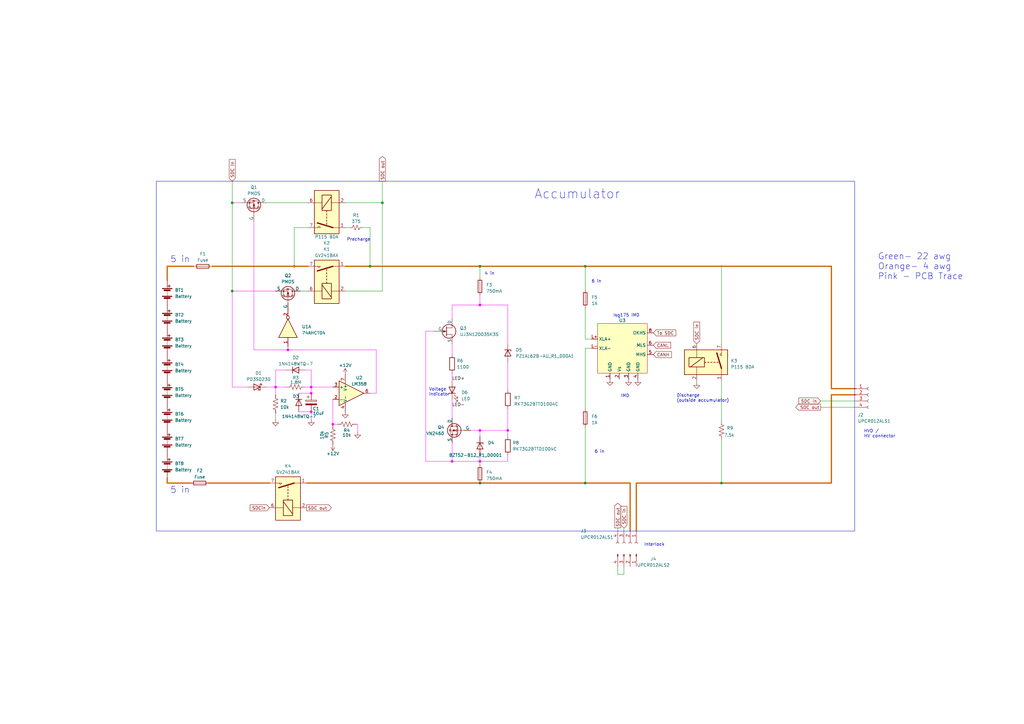
<source format=kicad_sch>
(kicad_sch (version 20231120) (generator "eeschema") (generator_version "8.0")
  (paper "A3")
  (lib_symbols
    (symbol "74xx:74AHCT04"
      (property "Reference" "U" (at 0 1.27 0))
      (property "Value" "74AHCT04" (at 0 -1.27 0))
      (symbol "74AHCT04_1_0"
        (polyline (pts (xy -3.81 3.81) (xy -3.81 -3.81) (xy 3.81 0) (xy -3.81 3.81)) (stroke (width 0.254)) (fill (type background)))
        (pin input line (at -7.62 0 0) (length 3.81) (name "~") (number "1"))
        (pin output inverted (at 7.62 0 180) (length 3.81) (name "~") (number "2"))
      )
      (symbol "74AHCT04_2_0"
        (polyline (pts (xy -3.81 3.81) (xy -3.81 -3.81) (xy 3.81 0) (xy -3.81 3.81)) (stroke (width 0.254)) (fill (type background)))
        (pin input line (at -7.62 0 0) (length 3.81) (name "~") (number "3"))
        (pin output inverted (at 7.62 0 180) (length 3.81) (name "~") (number "4"))
      )
      (symbol "74AHCT04_3_0"
        (polyline (pts (xy -3.81 3.81) (xy -3.81 -3.81) (xy 3.81 0) (xy -3.81 3.81)) (stroke (width 0.254)) (fill (type background)))
        (pin input line (at -7.62 0 0) (length 3.81) (name "~") (number "5"))
        (pin output inverted (at 7.62 0 180) (length 3.81) (name "~") (number "6"))
      )
      (symbol "74AHCT04_4_0"
        (polyline (pts (xy -3.81 3.81) (xy -3.81 -3.81) (xy 3.81 0) (xy -3.81 3.81)) (stroke (width 0.254)) (fill (type background)))
        (pin output inverted (at 7.62 0 180) (length 3.81) (name "~") (number "8"))
        (pin input line (at -7.62 0 0) (length 3.81) (name "~") (number "9"))
      )
      (symbol "74AHCT04_5_0"
        (polyline (pts (xy -3.81 3.81) (xy -3.81 -3.81) (xy 3.81 0) (xy -3.81 3.81)) (stroke (width 0.254)) (fill (type background)))
        (pin output inverted (at 7.62 0 180) (length 3.81) (name "~") (number "10"))
        (pin input line (at -7.62 0 0) (length 3.81) (name "~") (number "11"))
      )
      (symbol "74AHCT04_6_0"
        (polyline (pts (xy -3.81 3.81) (xy -3.81 -3.81) (xy 3.81 0) (xy -3.81 3.81)) (stroke (width 0.254)) (fill (type background)))
        (pin output inverted (at 7.62 0 180) (length 3.81) (name "~") (number "12"))
        (pin input line (at -7.62 0 0) (length 3.81) (name "~") (number "13"))
      )
      (symbol "74AHCT04_7_0"
        (pin power_in line (at 0 12.7 270) (length 5.08) (name "VCC") (number "14"))
        (pin power_in line (at 0 -12.7 90) (length 5.08) (name "GND") (number "7"))
      )
      (symbol "74AHCT04_7_1"
        (rectangle (start -5.08 7.62) (end 5.08 -7.62) (stroke (width 0.254)) (fill (type background)))
      )
    )
    (symbol "Amplifier_Operational:AD8001AN" (pin_names (offset 0.127))
      (property "Reference" "U" (at 0 6.35 0))
      (property "Value" "AD8001AN" (at 0 3.81 0))
      (symbol "AD8001AN_0_1"
        (polyline (pts (xy -5.08 5.08) (xy 5.08 0) (xy -5.08 -5.08) (xy -5.08 5.08)) (stroke (width 0.254)) (fill (type background)))
      )
      (symbol "AD8001AN_1_1"
        (pin no_connect line (at -5.08 -2.54 90) (length 2.54) hide (name "NC") (number "1"))
        (pin input line (at -7.62 -2.54 0) (length 2.54) (name "-") (number "2"))
        (pin input line (at -7.62 2.54 0) (length 2.54) (name "+") (number "3"))
        (pin power_in line (at -2.54 -7.62 90) (length 3.81) (name "V-") (number "4"))
        (pin no_connect line (at -2.54 -2.54 90) (length 2.54) hide (name "NC") (number "5"))
        (pin output line (at 7.62 0 180) (length 2.54) (name "~") (number "6"))
        (pin power_in line (at -2.54 7.62 270) (length 3.81) (name "V+") (number "7"))
        (pin no_connect line (at 0 -2.54 90) (length 2.54) hide (name "NC") (number "8"))
      )
    )
    (symbol "Connector:Conn_01x04_Pin" (pin_names (offset 1.016) hide)
      (property "Reference" "J" (at 0 5.08 0))
      (property "Value" "Conn_01x04_Pin" (at 0 -7.62 0))
      (symbol "Conn_01x04_Pin_1_1"
        (polyline (pts (xy 1.27 -5.08) (xy 0.8636 -5.08)) (stroke (width 0.1524)))
        (polyline (pts (xy 1.27 -2.54) (xy 0.8636 -2.54)) (stroke (width 0.1524)))
        (polyline (pts (xy 1.27 0) (xy 0.8636 0)) (stroke (width 0.1524)))
        (polyline (pts (xy 1.27 2.54) (xy 0.8636 2.54)) (stroke (width 0.1524)))
        (rectangle (start 0.8636 -4.953) (end 0 -5.207) (stroke (width 0.1524)) (fill (type outline)))
        (rectangle (start 0.8636 -2.413) (end 0 -2.667) (stroke (width 0.1524)) (fill (type outline)))
        (rectangle (start 0.8636 0.127) (end 0 -0.127) (stroke (width 0.1524)) (fill (type outline)))
        (rectangle (start 0.8636 2.667) (end 0 2.413) (stroke (width 0.1524)) (fill (type outline)))
        (pin passive line (at 5.08 2.54 180) (length 3.81) (name "Pin_1") (number "1"))
        (pin passive line (at 5.08 0 180) (length 3.81) (name "Pin_2") (number "2"))
        (pin passive line (at 5.08 -2.54 180) (length 3.81) (name "Pin_3") (number "3"))
        (pin passive line (at 5.08 -5.08 180) (length 3.81) (name "Pin_4") (number "4"))
      )
    )
    (symbol "Connector:Conn_01x04_Socket" (pin_names (offset 1.016) hide)
      (property "Reference" "J" (at 0 5.08 0))
      (property "Value" "Conn_01x04_Socket" (at 0 -7.62 0))
      (symbol "Conn_01x04_Socket_1_1"
        (arc (start 0 -4.572) (mid -0.5058 -5.08) (end 0 -5.588) (stroke (width 0.1524)))
        (arc (start 0 -2.032) (mid -0.5058 -2.54) (end 0 -3.048) (stroke (width 0.1524)))
        (polyline (pts (xy -1.27 -5.08) (xy -0.508 -5.08)) (stroke (width 0.1524)))
        (polyline (pts (xy -1.27 -2.54) (xy -0.508 -2.54)) (stroke (width 0.1524)))
        (polyline (pts (xy -1.27 0) (xy -0.508 0)) (stroke (width 0.1524)))
        (polyline (pts (xy -1.27 2.54) (xy -0.508 2.54)) (stroke (width 0.1524)))
        (arc (start 0 0.508) (mid -0.5058 0) (end 0 -0.508) (stroke (width 0.1524)))
        (arc (start 0 3.048) (mid -0.5058 2.54) (end 0 2.032) (stroke (width 0.1524)))
        (pin passive line (at -5.08 2.54 0) (length 3.81) (name "Pin_1") (number "1"))
        (pin passive line (at -5.08 0 0) (length 3.81) (name "Pin_2") (number "2"))
        (pin passive line (at -5.08 -2.54 0) (length 3.81) (name "Pin_3") (number "3"))
        (pin passive line (at -5.08 -5.08 0) (length 3.81) (name "Pin_4") (number "4"))
      )
    )
    (symbol "Device:Battery" (pin_numbers hide) (pin_names (offset 0) hide)
      (property "Reference" "BT" (at 2.54 2.54 0))
      (property "Value" "Battery" (at 2.54 0 0))
      (symbol "Battery_0_1"
        (rectangle (start -2.032 -1.397) (end 2.032 -1.651) (fill (type outline)))
        (rectangle (start -2.032 1.778) (end 2.032 1.524) (fill (type outline)))
        (rectangle (start -1.3208 -1.9812) (end 1.27 -2.4892) (fill (type outline)))
        (rectangle (start -1.3208 1.1938) (end 1.27 0.6858) (fill (type outline)))
        (polyline (pts (xy 0 -1.524) (xy 0 -1.27)))
        (polyline (pts (xy 0 -1.016) (xy 0 -0.762)))
        (polyline (pts (xy 0 -0.508) (xy 0 -0.254)))
        (polyline (pts (xy 0 0) (xy 0 0.254)))
        (polyline (pts (xy 0 0.508) (xy 0 0.762)))
        (polyline (pts (xy 0 1.778) (xy 0 2.54)))
        (polyline (pts (xy 0.254 2.667) (xy 1.27 2.667)) (stroke (width 0.254)))
        (polyline (pts (xy 0.762 3.175) (xy 0.762 2.159)) (stroke (width 0.254)))
      )
      (symbol "Battery_1_1"
        (pin passive line (at 0 5.08 270) (length 2.54) (name "+") (number "1"))
        (pin passive line (at 0 -5.08 90) (length 2.54) (name "-") (number "2"))
      )
    )
    (symbol "Device:C_Polarized" (pin_numbers hide) (pin_names (offset 0.254))
      (property "Reference" "C" (at 0.635 2.54 0))
      (property "Value" "C_Polarized" (at 0.635 -2.54 0))
      (symbol "C_Polarized_0_1"
        (rectangle (start -2.286 0.508) (end 2.286 1.016))
        (polyline (pts (xy -1.778 2.286) (xy -0.762 2.286)))
        (polyline (pts (xy -1.27 2.794) (xy -1.27 1.778)))
        (rectangle (start 2.286 -0.508) (end -2.286 -1.016) (fill (type outline)))
      )
      (symbol "C_Polarized_1_1"
        (pin passive line (at 0 3.81 270) (length 2.794) (name "~") (number "1"))
        (pin passive line (at 0 -3.81 90) (length 2.794) (name "~") (number "2"))
      )
    )
    (symbol "Device:D_Schottky" (pin_numbers hide) (pin_names (offset 1.016) hide)
      (property "Reference" "D" (at 0 2.54 0))
      (property "Value" "D_Schottky" (at 0 -2.54 0))
      (symbol "D_Schottky_0_1"
        (polyline (pts (xy 1.27 0) (xy -1.27 0)))
        (polyline (pts (xy 1.27 1.27) (xy 1.27 -1.27) (xy -1.27 0) (xy 1.27 1.27)) (stroke (width 0.254)))
        (polyline (pts (xy -1.905 0.635) (xy -1.905 1.27) (xy -1.27 1.27) (xy -1.27 -1.27) (xy -0.635 -1.27) (xy -0.635 -0.635)) (stroke (width 0.254)))
      )
      (symbol "D_Schottky_1_1"
        (pin passive line (at -3.81 0 0) (length 2.54) (name "K") (number "1"))
        (pin passive line (at 3.81 0 180) (length 2.54) (name "A") (number "2"))
      )
    )
    (symbol "Device:D_Zener" (pin_numbers hide) (pin_names (offset 1.016) hide)
      (property "Reference" "D" (at 0 2.54 0))
      (property "Value" "D_Zener" (at 0 -2.54 0))
      (symbol "D_Zener_0_1"
        (polyline (pts (xy 1.27 0) (xy -1.27 0)))
        (polyline (pts (xy -1.27 -1.27) (xy -1.27 1.27) (xy -0.762 1.27)) (stroke (width 0.254)))
        (polyline (pts (xy 1.27 -1.27) (xy 1.27 1.27) (xy -1.27 0) (xy 1.27 -1.27)) (stroke (width 0.254)))
      )
      (symbol "D_Zener_1_1"
        (pin passive line (at -3.81 0 0) (length 2.54) (name "K") (number "1"))
        (pin passive line (at 3.81 0 180) (length 2.54) (name "A") (number "2"))
      )
    )
    (symbol "Device:Fuse" (pin_numbers hide) (pin_names (offset 0))
      (property "Reference" "F" (at 2.032 0 90))
      (property "Value" "Fuse" (at -1.905 0 90))
      (symbol "Fuse_0_1"
        (rectangle (start -0.762 -2.54) (end 0.762 2.54) (stroke (width 0.254)))
        (polyline (pts (xy 0 2.54) (xy 0 -2.54)))
      )
      (symbol "Fuse_1_1"
        (pin passive line (at 0 3.81 270) (length 1.27) (name "~") (number "1"))
        (pin passive line (at 0 -3.81 90) (length 1.27) (name "~") (number "2"))
      )
    )
    (symbol "Device:LED" (pin_numbers hide) (pin_names (offset 1.016) hide)
      (property "Reference" "D" (at 0 2.54 0))
      (property "Value" "LED" (at 0 -2.54 0))
      (symbol "LED_0_1"
        (polyline (pts (xy -1.27 -1.27) (xy -1.27 1.27)) (stroke (width 0.254)))
        (polyline (pts (xy -1.27 0) (xy 1.27 0)))
        (polyline (pts (xy 1.27 -1.27) (xy 1.27 1.27) (xy -1.27 0) (xy 1.27 -1.27)) (stroke (width 0.254)))
        (polyline (pts (xy -3.048 -0.762) (xy -4.572 -2.286) (xy -3.81 -2.286) (xy -4.572 -2.286) (xy -4.572 -1.524)))
        (polyline (pts (xy -1.778 -0.762) (xy -3.302 -2.286) (xy -2.54 -2.286) (xy -3.302 -2.286) (xy -3.302 -1.524)))
      )
      (symbol "LED_1_1"
        (pin passive line (at -3.81 0 0) (length 2.54) (name "K") (number "1"))
        (pin passive line (at 3.81 0 180) (length 2.54) (name "A") (number "2"))
      )
    )
    (symbol "Device:R" (pin_numbers hide) (pin_names (offset 0))
      (property "Reference" "R" (at 2.032 0 90))
      (property "Value" "R" (at 0 0 90))
      (symbol "R_0_1"
        (rectangle (start -1.016 -2.54) (end 1.016 2.54) (stroke (width 0.254)))
      )
      (symbol "R_1_1"
        (pin passive line (at 0 3.81 270) (length 1.27) (name "~") (number "1"))
        (pin passive line (at 0 -3.81 90) (length 1.27) (name "~") (number "2"))
      )
    )
    (symbol "Device:R_Small_US" (pin_numbers hide) (pin_names (offset 0.254) hide)
      (property "Reference" "R" (at 0.762 0.508 0))
      (property "Value" "R_Small_US" (at 0.762 -1.016 0))
      (symbol "R_Small_US_1_1"
        (polyline (pts (xy 0 0) (xy 1.016 -0.381) (xy 0 -0.762) (xy -1.016 -1.143) (xy 0 -1.524)))
        (polyline (pts (xy 0 1.524) (xy 1.016 1.143) (xy 0 0.762) (xy -1.016 0.381) (xy 0 0)))
        (pin passive line (at 0 2.54 270) (length 1.016) (name "~") (number "1"))
        (pin passive line (at 0 -2.54 90) (length 1.016) (name "~") (number "2"))
      )
    )
    (symbol "Device:R_US" (pin_numbers hide) (pin_names (offset 0))
      (property "Reference" "R" (at 2.54 0 90))
      (property "Value" "R_US" (at -2.54 0 90))
      (symbol "R_US_0_1"
        (polyline (pts (xy 0 -2.286) (xy 0 -2.54)))
        (polyline (pts (xy 0 2.286) (xy 0 2.54)))
        (polyline (pts (xy 0 -0.762) (xy 1.016 -1.143) (xy 0 -1.524) (xy -1.016 -1.905) (xy 0 -2.286)))
        (polyline (pts (xy 0 0.762) (xy 1.016 0.381) (xy 0 0) (xy -1.016 -0.381) (xy 0 -0.762)))
        (polyline (pts (xy 0 2.286) (xy 1.016 1.905) (xy 0 1.524) (xy -1.016 1.143) (xy 0 0.762)))
      )
      (symbol "R_US_1_1"
        (pin passive line (at 0 3.81 270) (length 1.27) (name "~") (number "1"))
        (pin passive line (at 0 -3.81 90) (length 1.27) (name "~") (number "2"))
      )
    )
    (symbol "Diode:BAV302" (pin_numbers hide) (pin_names hide)
      (property "Reference" "D" (at 0 2.54 0))
      (property "Value" "BAV302" (at 0 -2.54 0))
      (symbol "BAV302_0_1"
        (polyline (pts (xy -1.27 1.27) (xy -1.27 -1.27)) (stroke (width 0.254)))
        (polyline (pts (xy 1.27 0) (xy -1.27 0)))
        (polyline (pts (xy 1.27 1.27) (xy 1.27 -1.27) (xy -1.27 0) (xy 1.27 1.27)) (stroke (width 0.254)))
      )
      (symbol "BAV302_1_1"
        (pin passive line (at -3.81 0 0) (length 2.54) (name "K") (number "1"))
        (pin passive line (at 3.81 0 180) (length 2.54) (name "A") (number "2"))
      )
    )
    (symbol "FSAE:IMD"
      (property "Reference" "U" (at 0 0 0))
      (symbol "IMD_0_1"
        (rectangle (start -8.89 22.86) (end 11.43 2.54) (fill (type background)))
      )
      (symbol "IMD_1_1"
        (pin bidirectional line (at -3.81 25.4 270) (length 2.54) (name "GND") (number "1"))
        (pin power_in line (at 0 25.4 270) (length 2.54) (name "Vs") (number "2"))
        (pin bidirectional line (at 3.81 25.4 270) (length 2.54) (name "GND") (number "3"))
        (pin bidirectional line (at 7.62 25.4 270) (length 2.54) (name "GND") (number "4"))
        (pin output line (at 13.97 15.24 180) (length 2.54) (name "MHS") (number "5"))
        (pin output line (at 13.97 11.43 180) (length 2.54) (name "MLS") (number "6"))
        (pin output line (at 13.97 6.35 180) (length 2.54) (name "OKHS") (number "8"))
        (pin input line (at -11.43 8.89 0) (length 2.54) (name "XLA+") (number "L+"))
        (pin input line (at -11.43 12.7 0) (length 2.54) (name "XLA-") (number "L-"))
      )
    )
    (symbol "Relay:DIPxx-1Axx-12x"
      (property "Reference" "K" (at 8.89 3.81 0))
      (property "Value" "DIPxx-1Axx-12x" (at 8.89 1.27 0))
      (symbol "DIPxx-1Axx-12x_0_0"
        (polyline (pts (xy 5.08 5.08) (xy 5.08 2.54) (xy 4.445 3.175) (xy 5.08 3.81)))
      )
      (symbol "DIPxx-1Axx-12x_0_1"
        (rectangle (start -10.16 5.08) (end 7.62 -5.08) (stroke (width 0.254)) (fill (type background)))
        (rectangle (start -8.255 1.905) (end -1.905 -1.905) (stroke (width 0.254)))
        (polyline (pts (xy -7.62 -1.905) (xy -2.54 1.905)) (stroke (width 0.254)))
        (polyline (pts (xy -5.08 -5.08) (xy -5.08 -1.905)))
        (polyline (pts (xy -5.08 5.08) (xy -5.08 1.905)))
        (polyline (pts (xy -1.905 0) (xy -1.27 0)) (stroke (width 0.254)))
        (polyline (pts (xy -0.635 0) (xy 0 0)) (stroke (width 0.254)))
        (polyline (pts (xy 0.635 0) (xy 1.27 0)) (stroke (width 0.254)))
        (polyline (pts (xy 1.905 0) (xy 2.54 0)) (stroke (width 0.254)))
        (polyline (pts (xy 3.175 0) (xy 3.81 0)) (stroke (width 0.254)))
        (polyline (pts (xy 5.08 -2.54) (xy 3.175 3.81)) (stroke (width 0.508)))
        (polyline (pts (xy 5.08 -2.54) (xy 5.08 -5.08)))
      )
      (symbol "DIPxx-1Axx-12x_1_1"
        (pin passive line (at 5.08 -7.62 90) (length 2.54) (name "~") (number "1"))
        (pin passive line (at -5.08 -7.62 90) (length 2.54) hide (name "~") (number "13"))
        (pin passive line (at 5.08 -7.62 90) (length 2.54) hide (name "~") (number "14"))
        (pin passive line (at -5.08 -7.62 90) (length 2.54) (name "~") (number "2"))
        (pin passive line (at -5.08 7.62 270) (length 2.54) (name "~") (number "6"))
        (pin passive line (at 5.08 7.62 270) (length 2.54) (name "~") (number "7"))
        (pin passive line (at 5.08 7.62 270) (length 2.54) hide (name "~") (number "8"))
      )
    )
    (symbol "Simulation_SPICE:NJFET" (pin_numbers hide) (pin_names (offset 0))
      (property "Reference" "Q2" (at 5.715 1.27 0))
      (property "Value" "UJ3N120035K3S" (at 5.715 -1.27 0))
      (symbol "NJFET_0_1"
        (polyline (pts (xy 0.254 1.905) (xy 0.254 -1.905) (xy 0.254 -1.905)) (stroke (width 0.254)))
        (polyline (pts (xy 2.54 -2.54) (xy 2.54 -1.27) (xy 0.254 -1.27)))
        (polyline (pts (xy 2.54 2.54) (xy 2.54 1.397) (xy 0.254 1.397)))
        (polyline (pts (xy 0 0) (xy -1.016 0.381) (xy -1.016 -0.381) (xy 0 0)) (fill (type outline)))
        (circle (center 1.27 0) (radius 2.8194) (stroke (width 0.254)))
      )
      (symbol "NJFET_1_1"
        (pin input line (at -5.08 0 0) (length 5.334) (name "G") (number "1"))
        (pin passive line (at 2.54 5.08 270) (length 2.54) (name "D") (number "2"))
        (pin passive line (at 2.54 -5.08 90) (length 2.54) (name "S") (number "3"))
      )
    )
    (symbol "Simulation_SPICE:NMOS" (pin_numbers hide) (pin_names (offset 0))
      (property "Reference" "Q1" (at 5.715 1.27 0))
      (property "Value" "VN2460" (at 5.715 -1.27 0))
      (symbol "NMOS_0_1"
        (polyline (pts (xy 0.254 0) (xy -2.54 0)))
        (polyline (pts (xy 0.254 1.905) (xy 0.254 -1.905)) (stroke (width 0.254)))
        (polyline (pts (xy 0.762 -1.27) (xy 0.762 -2.286)) (stroke (width 0.254)))
        (polyline (pts (xy 0.762 0.508) (xy 0.762 -0.508)) (stroke (width 0.254)))
        (polyline (pts (xy 0.762 2.286) (xy 0.762 1.27)) (stroke (width 0.254)))
        (polyline (pts (xy 2.54 2.54) (xy 2.54 1.778)))
        (polyline (pts (xy 2.54 -2.54) (xy 2.54 0) (xy 0.762 0)))
        (polyline (pts (xy 0.762 -1.778) (xy 3.302 -1.778) (xy 3.302 1.778) (xy 0.762 1.778)))
        (polyline (pts (xy 1.016 0) (xy 2.032 0.381) (xy 2.032 -0.381) (xy 1.016 0)) (fill (type outline)))
        (polyline (pts (xy 2.794 0.508) (xy 2.921 0.381) (xy 3.683 0.381) (xy 3.81 0.254)))
        (polyline (pts (xy 3.302 0.381) (xy 2.921 -0.254) (xy 3.683 -0.254) (xy 3.302 0.381)))
        (circle (center 1.651 0) (radius 2.794) (stroke (width 0.254)))
        (circle (center 2.54 -1.778) (radius 0.254) (fill (type outline)))
        (circle (center 2.54 1.778) (radius 0.254) (fill (type outline)))
      )
      (symbol "NMOS_1_1"
        (pin passive line (at 2.54 -5.08 90) (length 2.54) (name "S") (number "1"))
        (pin input line (at -5.08 0 0) (length 2.54) (name "G") (number "2"))
        (pin passive line (at 2.54 5.08 270) (length 2.54) (name "D") (number "3"))
      )
    )
    (symbol "Simulation_SPICE:PMOS" (pin_numbers hide) (pin_names (offset 0))
      (property "Reference" "Q" (at 5.08 1.27 0))
      (property "Value" "PMOS" (at 5.08 -1.27 0))
      (symbol "PMOS_0_1"
        (polyline (pts (xy 0.254 0) (xy -2.54 0)))
        (polyline (pts (xy 0.254 1.905) (xy 0.254 -1.905)) (stroke (width 0.254)))
        (polyline (pts (xy 0.762 -1.27) (xy 0.762 -2.286)) (stroke (width 0.254)))
        (polyline (pts (xy 0.762 0.508) (xy 0.762 -0.508)) (stroke (width 0.254)))
        (polyline (pts (xy 0.762 2.286) (xy 0.762 1.27)) (stroke (width 0.254)))
        (polyline (pts (xy 2.54 2.54) (xy 2.54 1.778)))
        (polyline (pts (xy 2.54 -2.54) (xy 2.54 0) (xy 0.762 0)))
        (polyline (pts (xy 0.762 1.778) (xy 3.302 1.778) (xy 3.302 -1.778) (xy 0.762 -1.778)))
        (polyline (pts (xy 2.286 0) (xy 1.27 0.381) (xy 1.27 -0.381) (xy 2.286 0)) (fill (type outline)))
        (polyline (pts (xy 2.794 -0.508) (xy 2.921 -0.381) (xy 3.683 -0.381) (xy 3.81 -0.254)))
        (polyline (pts (xy 3.302 -0.381) (xy 2.921 0.254) (xy 3.683 0.254) (xy 3.302 -0.381)))
        (circle (center 1.651 0) (radius 2.794) (stroke (width 0.254)))
        (circle (center 2.54 -1.778) (radius 0.254) (fill (type outline)))
        (circle (center 2.54 1.778) (radius 0.254) (fill (type outline)))
      )
      (symbol "PMOS_1_1"
        (pin passive line (at 2.54 5.08 270) (length 2.54) (name "D") (number "1"))
        (pin input line (at -5.08 0 0) (length 2.54) (name "G") (number "2"))
        (pin passive line (at 2.54 -5.08 90) (length 2.54) (name "S") (number "3"))
      )
    )
    (symbol "power:+12V" (power) (pin_names (offset 0))
      (property "Value" "+12V" (at 0 3.556 0))
      (symbol "+12V_0_1"
        (polyline (pts (xy -0.762 1.27) (xy 0 2.54)))
        (polyline (pts (xy 0 0) (xy 0 2.54)))
        (polyline (pts (xy 0 2.54) (xy 0.762 1.27)))
      )
      (symbol "+12V_1_1"
        (pin power_in line (at 0 0 90) (length 0) hide (name "+12V") (number "1"))
      )
    )
    (symbol "power:GND" (power) (pin_names (offset 0))
      (property "Value" "GND" (at 0 -3.81 0))
      (symbol "GND_0_1"
        (polyline (pts (xy 0 0) (xy 0 -1.27) (xy 1.27 -1.27) (xy 0 -2.54) (xy -1.27 -1.27) (xy 0 -1.27)))
      )
      (symbol "GND_1_1"
        (pin power_in line (at 0 0 270) (length 0) hide (name "GND") (number "1"))
      )
    )
  )
  (junction (at 136.525 173.99) (color 255 0 255 1))
  (junction (at 113.03 158.75) (color 255 0 255 1))
  (junction (at 120.65 109.22) (color 204 102 0 1))
  (junction (at 185.42 189.23) (color 255 0 255 1))
  (junction (at 240.03 198.12))
  (junction (at 196.85 198.12))
  (junction (at 118.11 143.51) (color 255 0 255 1))
  (junction (at 295.91 198.12))
  (junction (at 196.85 125.095) (color 255 0 255 1))
  (junction (at 127.635 158.75) (color 255 0 255 1))
  (junction (at 127.635 161.29) (color 255 0 255 1))
  (junction (at 127.635 168.91) (color 255 0 255 1))
  (junction (at 196.85 109.22))
  (junction (at 196.85 176.53) (color 255 0 255 1))
  (junction (at 196.85 189.23) (color 255 0 255 1))
  (junction (at 208.28 176.53) (color 255 0 255 1))
  (junction (at 95.25 119.38))
  (junction (at 151.765 109.22))
  (junction (at 240.03 109.22))
  (junction (at 95.25 83.185))
  (junction (at 156.845 83.185))
  (wire (pts (xy 95.25 83.185) (xy 95.25 119.38)))
  (wire (pts (xy 336.55 164.465) (xy 351.155 164.465)))
  (wire (pts (xy 185.42 189.23) (xy 174.625 189.23)) (stroke (width 0) (color 255 0 255 1)))
  (wire (pts (xy 185.42 125.095) (xy 185.42 130.81)) (stroke (width 0) (color 255 0 255 1)))
  (wire (pts (xy 113.03 158.75) (xy 117.475 158.75)) (stroke (width 0) (color 255 0 255 1)))
  (wire (pts (xy 95.25 119.38) (xy 113.03 119.38)) (stroke (width 0) (color 255 0 255 1)))
  (wire (pts (xy 240.03 109.22) (xy 240.03 118.745)))
  (wire (pts (xy 109.22 158.75) (xy 113.03 158.75)) (stroke (width 0) (color 255 0 255 1)))
  (wire (pts (xy 120.65 93.345) (xy 126.365 93.345)))
  (wire (pts (xy 127.635 168.91) (xy 127.635 172.085)) (stroke (width 0) (color 255 0 255 1)))
  (wire (pts (xy 255.905 216.535) (xy 255.905 217.805)))
  (wire (pts (xy 242.57 142.875) (xy 240.03 142.875)))
  (wire (pts (xy 68.58 198.12) (xy 78.105 198.12)) (stroke (width 0.508) (color 204 102 0 1)))
  (wire (pts (xy 127.635 158.75) (xy 136.525 158.75)) (stroke (width 0) (color 255 0 255 1)))
  (wire (pts (xy 185.42 181.61) (xy 185.42 189.23)) (stroke (width 0) (color 255 0 255 1)))
  (wire (pts (xy 295.91 156.21) (xy 295.91 172.72)))
  (wire (pts (xy 113.03 169.545) (xy 113.03 172.085)))
  (wire (pts (xy 95.25 158.75) (xy 101.6 158.75)) (stroke (width 0) (color 255 0 255 1)))
  (wire (pts (xy 253.365 235.585) (xy 253.365 232.41)))
  (wire (pts (xy 126.365 83.185) (xy 109.22 83.185)))
  (wire (pts (xy 141.605 83.185) (xy 156.845 83.185)))
  (wire (pts (xy 340.995 109.22) (xy 340.995 159.385)) (stroke (width 0.508) (color 204 102 0 1)))
  (wire (pts (xy 127.635 161.29) (xy 127.635 158.75)) (stroke (width 0) (color 255 0 255 1)))
  (wire (pts (xy 68.58 114.935) (xy 68.58 109.22)) (stroke (width 0.508) (color 204 102 0 1)))
  (wire (pts (xy 146.685 173.99) (xy 146.685 177.165)) (stroke (width 0) (color 255 0 255 1)))
  (wire (pts (xy 156.845 119.38) (xy 141.605 119.38)))
  (wire (pts (xy 196.85 176.53) (xy 208.28 176.53)) (stroke (width 0) (color 255 0 255 1)))
  (wire (pts (xy 99.06 83.185) (xy 95.25 83.185)) (stroke (width 0) (color 255 0 255 1)))
  (wire (pts (xy 185.42 140.97) (xy 185.42 145.415)) (stroke (width 0) (color 255 0 255 1)))
  (wire (pts (xy 295.91 108.585) (xy 295.91 140.97)))
  (wire (pts (xy 196.85 109.22) (xy 196.85 113.665)))
  (wire (pts (xy 151.765 109.22) (xy 141.605 109.22)) (stroke (width 0.508) (color 204 102 0 1)))
  (wire (pts (xy 240.03 126.365) (xy 240.03 139.065)))
  (wire (pts (xy 185.42 189.23) (xy 196.85 189.23)) (stroke (width 0) (color 255 0 255 1)))
  (wire (pts (xy 340.995 198.12) (xy 340.995 161.925)) (stroke (width 0.508) (color 204 102 0 1)))
  (wire (pts (xy 113.03 158.75) (xy 113.03 161.925)) (stroke (width 0) (color 255 0 255 1)))
  (wire (pts (xy 253.365 216.535) (xy 253.365 217.805)))
  (wire (pts (xy 117.475 151.765) (xy 113.03 151.765)) (stroke (width 0) (color 255 0 255 1)))
  (wire (pts (xy 295.91 198.12) (xy 340.995 198.12)) (stroke (width 0.508) (color 204 102 0 1)))
  (wire (pts (xy 208.28 148.59) (xy 208.28 160.02)) (stroke (width 0) (color 255 0 255 1)))
  (wire (pts (xy 196.85 189.23) (xy 196.85 190.5)) (stroke (width 0) (color 255 0 255 1)))
  (wire (pts (xy 146.05 173.99) (xy 146.685 173.99)) (stroke (width 0) (color 255 0 255 1)))
  (wire (pts (xy 255.905 235.585) (xy 253.365 235.585)))
  (wire (pts (xy 156.845 83.185) (xy 156.845 119.38)))
  (wire (pts (xy 258.445 198.12) (xy 258.445 217.805)) (stroke (width 0.508) (color 204 102 0 1)))
  (wire (pts (xy 95.25 74.295) (xy 95.25 83.185)))
  (wire (pts (xy 123.19 119.38) (xy 126.365 119.38)))
  (wire (pts (xy 86.995 109.22) (xy 120.65 109.22)) (stroke (width 0.508) (color 204 102 0 1)))
  (wire (pts (xy 104.14 90.805) (xy 104.14 143.51)) (stroke (width 0) (color 255 0 255 1)))
  (wire (pts (xy 255.905 232.41) (xy 255.905 235.585)))
  (wire (pts (xy 122.555 168.91) (xy 127.635 168.91)) (stroke (width 0) (color 255 0 255 1)))
  (wire (pts (xy 113.03 151.765) (xy 113.03 158.75)) (stroke (width 0) (color 255 0 255 1)))
  (wire (pts (xy 122.555 161.29) (xy 127.635 161.29)) (stroke (width 0) (color 255 0 255 1)))
  (wire (pts (xy 240.03 198.12) (xy 258.445 198.12)) (stroke (width 0.508) (color 204 102 0 1)))
  (wire (pts (xy 260.985 198.12) (xy 260.985 217.805)) (stroke (width 0.508) (color 204 102 0 1)))
  (wire (pts (xy 208.28 176.53) (xy 208.28 167.64)) (stroke (width 0) (color 255 0 255 1)))
  (wire (pts (xy 336.55 167.005) (xy 351.155 167.005)))
  (wire (pts (xy 196.85 186.69) (xy 196.85 189.23)) (stroke (width 0) (color 255 0 255 1)))
  (wire (pts (xy 295.91 180.34) (xy 295.91 198.12)))
  (wire (pts (xy 127.635 151.765) (xy 127.635 158.75)) (stroke (width 0) (color 255 0 255 1)))
  (wire (pts (xy 141.605 93.345) (xy 143.51 93.345)))
  (wire (pts (xy 196.85 198.12) (xy 240.03 198.12)) (stroke (width 0.508) (color 204 102 0 1)))
  (wire (pts (xy 127.635 151.765) (xy 125.095 151.765)) (stroke (width 0) (color 255 0 255 1)))
  (wire (pts (xy 136.525 163.83) (xy 136.525 173.99)) (stroke (width 0) (color 255 0 255 1)))
  (wire (pts (xy 104.14 143.51) (xy 118.11 143.51)) (stroke (width 0) (color 255 0 255 1)))
  (wire (pts (xy 174.625 135.89) (xy 177.8 135.89)) (stroke (width 0) (color 255 0 255 1)))
  (wire (pts (xy 340.995 161.925) (xy 351.155 161.925)) (stroke (width 0.508) (color 204 102 0 1)))
  (wire (pts (xy 196.85 189.23) (xy 208.28 189.23)) (stroke (width 0) (color 255 0 255 1)))
  (wire (pts (xy 185.42 153.035) (xy 185.42 156.21)) (stroke (width 0) (color 255 0 255 1)))
  (wire (pts (xy 240.03 175.26) (xy 240.03 198.12)))
  (wire (pts (xy 120.65 109.22) (xy 120.65 93.345)))
  (wire (pts (xy 196.85 176.53) (xy 196.85 179.07)) (stroke (width 0) (color 255 0 255 1)))
  (wire (pts (xy 118.11 143.51) (xy 118.11 142.24)) (stroke (width 0) (color 255 0 255 1)))
  (wire (pts (xy 68.58 196.215) (xy 68.58 198.12)) (stroke (width 0.508) (color 204 102 0 1)))
  (wire (pts (xy 120.65 109.22) (xy 126.365 109.22)) (stroke (width 0.508) (color 204 102 0 1)))
  (wire (pts (xy 196.85 121.285) (xy 196.85 125.095)) (stroke (width 0) (color 255 0 255 1)))
  (wire (pts (xy 85.725 198.12) (xy 110.49 198.12)) (stroke (width 0.508) (color 204 102 0 1)))
  (wire (pts (xy 151.765 93.345) (xy 151.765 109.22)))
  (wire (pts (xy 208.28 140.97) (xy 208.28 125.095)) (stroke (width 0) (color 255 0 255 1)))
  (wire (pts (xy 340.995 159.385) (xy 351.155 159.385)) (stroke (width 0.508) (color 204 102 0 1)))
  (wire (pts (xy 208.28 176.53) (xy 208.28 179.07)) (stroke (width 0) (color 255 0 255 1)))
  (wire (pts (xy 240.03 109.22) (xy 340.995 109.22)) (stroke (width 0.508) (color 204 102 0 1)))
  (wire (pts (xy 285.75 156.21) (xy 285.75 156.845)))
  (wire (pts (xy 95.25 119.38) (xy 95.25 158.75)) (stroke (width 0) (color 255 0 255 1)))
  (wire (pts (xy 136.525 174.625) (xy 136.525 173.99)))
  (wire (pts (xy 154.305 161.29) (xy 154.305 143.51)) (stroke (width 0) (color 255 0 255 1)))
  (wire (pts (xy 240.03 139.065) (xy 242.57 139.065)))
  (wire (pts (xy 193.04 176.53) (xy 196.85 176.53)) (stroke (width 0) (color 255 0 255 1)))
  (wire (pts (xy 151.765 109.22) (xy 196.85 109.22)) (stroke (width 0.508) (color 204 102 0 1)))
  (wire (pts (xy 208.28 189.23) (xy 208.28 186.69)) (stroke (width 0) (color 255 0 255 1)))
  (wire (pts (xy 125.095 158.75) (xy 127.635 158.75)) (stroke (width 0) (color 255 0 255 1)))
  (wire (pts (xy 240.03 142.875) (xy 240.03 167.64)))
  (wire (pts (xy 260.985 198.12) (xy 295.91 198.12)) (stroke (width 0.508) (color 204 102 0 1)))
  (wire (pts (xy 148.59 93.345) (xy 151.765 93.345)))
  (wire (pts (xy 185.42 163.83) (xy 185.42 171.45)) (stroke (width 0) (color 255 0 255 1)))
  (wire (pts (xy 154.305 161.29) (xy 151.765 161.29)) (stroke (width 0) (color 255 0 255 1)))
  (wire (pts (xy 125.73 198.12) (xy 196.85 198.12)) (stroke (width 0.508) (color 204 102 0 1)))
  (wire (pts (xy 154.305 143.51) (xy 118.11 143.51)) (stroke (width 0) (color 255 0 255 1)))
  (wire (pts (xy 196.85 125.095) (xy 208.28 125.095)) (stroke (width 0) (color 255 0 255 1)))
  (wire (pts (xy 68.58 109.22) (xy 79.375 109.22)) (stroke (width 0.508) (color 204 102 0 1)))
  (wire (pts (xy 156.845 83.185) (xy 156.845 74.295)))
  (wire (pts (xy 174.625 189.23) (xy 174.625 135.89)) (stroke (width 0) (color 255 0 255 1)))
  (wire (pts (xy 136.525 173.99) (xy 138.43 173.99)) (stroke (width 0) (color 255 0 255 1)))
  (wire (pts (xy 196.85 109.22) (xy 240.03 109.22)) (stroke (width 0.508) (color 204 102 0 1)))
  (wire (pts (xy 185.42 125.095) (xy 196.85 125.095)) (stroke (width 0) (color 255 0 255 1)))
  (rectangle (start 64.135 74.295) (end 350.52 217.805))
  (text "Iso175 IMD\n" (at 251.46 130.175 0) (effects (font (size 1.27 1.27)) (justify left bottom)))
  (text "Interlock" (at 264.16 224.155 0) (effects (font (size 1.27 1.27)) (justify left bottom)))
  (text "6 in" (at 242.57 116.205 0) (effects (font (size 1.27 1.27)) (justify left bottom)))
  (text "Accumulator" (at 219.075 81.915 0) (effects (font (size 3.81 3.81)) (justify left bottom)))
  (text "IMD\n" (at 254.635 163.195 0) (effects (font (size 1.27 1.27)) (justify left bottom)))
  (text "Discharge \n(outside accumulator)" (at 277.495 165.1 0) (effects (font (size 1.27 1.27)) (justify left bottom)))
  (text "6 in" (at 243.84 186.055 0) (effects (font (size 1.27 1.27)) (justify left bottom)))
  (text "5 in" (at 69.85 202.565 0) (effects (font (size 2.54 2.54)) (justify left bottom)))
  (text "Precharge" (at 142.24 99.06 0) (effects (font (size 1.27 1.27)) (justify left bottom)))
  (text "Green- 22 awg\nOrange- 4 awg\nPink - PCB Trace" (at 360.045 114.935 0) (effects (font (size 2.54 2.54)) (justify left bottom)))
  (text "HVD / \nHV connector" (at 354.33 179.705 0) (effects (font (size 1.27 1.27)) (justify left bottom)))
  (text "5 in" (at 69.85 107.95 0) (effects (font (size 2.54 2.54)) (justify left bottom)))
  (text "4 in" (at 198.755 113.03 0) (effects (font (size 1.27 1.27)) (justify left bottom)))
  (text "Voltage \nIndicator\n" (at 175.895 162.56 0) (effects (font (size 1.27 1.27)) (justify left bottom)))
  (label "LED-" (at 185.42 167.005 0))
  (label "LED+" (at 185.42 156.21 0))
  (global_label "SDC out" (shape output) (at 336.55 167.005 180) (property "Intersheetrefs" "${INTERSHEET_REFS}" (effects (hide yes))))
  (global_label "SDC in" (shape input) (at 95.25 74.295 90) (property "Intersheetrefs" "${INTERSHEET_REFS}" (effects (hide yes))))
  (global_label "SDC in" (shape input) (at 255.905 216.535 90) (property "Intersheetrefs" "${INTERSHEET_REFS}" (effects (hide yes))))
  (global_label "CANL" (shape input) (at 267.97 141.605 0) (property "Intersheetrefs" "${INTERSHEET_REFS}" (effects (hide yes))))
  (global_label "SDCin" (shape input) (at 110.49 208.28 180) (property "Intersheetrefs" "${INTERSHEET_REFS}" (effects (hide yes))))
  (global_label "SDC out" (shape output) (at 156.845 74.295 90) (property "Intersheetrefs" "${INTERSHEET_REFS}" (effects (hide yes))))
  (global_label "SDC out" (shape output) (at 125.73 208.28 0) (property "Intersheetrefs" "${INTERSHEET_REFS}" (effects (hide yes))))
  (global_label "SDC in" (shape input) (at 336.55 164.465 180) (property "Intersheetrefs" "${INTERSHEET_REFS}" (effects (hide yes))))
  (global_label "To SDC" (shape input) (at 267.97 136.525 0) (property "Intersheetrefs" "${INTERSHEET_REFS}" (effects (hide yes))))
  (global_label "SDC out" (shape output) (at 253.365 216.535 90) (property "Intersheetrefs" "${INTERSHEET_REFS}" (effects (hide yes))))
  (global_label "SDC in" (shape input) (at 285.75 140.97 90) (property "Intersheetrefs" "${INTERSHEET_REFS}" (effects (hide yes))))
  (global_label "CANH" (shape input) (at 267.97 145.415 0) (property "Intersheetrefs" "${INTERSHEET_REFS}" (effects (hide yes))))
  (symbol (lib_id "Device:LED") (at 185.42 160.02 90) (unit 1)
    (property "Reference" "D6" (at 189.23 160.9725 90) (effects (justify right)))
    (property "Value" "LED" (at 189.23 163.5125 90) (effects (justify right)))
  )
  (symbol (lib_id "Device:R_US") (at 142.24 173.99 270) (unit 1)
    (property "Reference" "R4" (at 142.24 176.53 90))
    (property "Value" "10k" (at 142.24 178.435 90))
    (property "Footprint" "Resistor_THT:R_Axial_DIN0207_L6.3mm_D2.5mm_P7.62mm_Horizontal" (effects (hide yes)))
  )
  (symbol (lib_id "power:GND") (at 261.62 155.575 0) (unit 1)
    (property "Reference" "#PWR07" (effects (hide yes)))
    (property "Value" "GND" (effects (hide yes)))
  )
  (symbol (lib_id "Diode:BAV302") (at 121.285 151.765 0) (mirror x) (unit 1)
    (property "Reference" "D2" (at 121.285 146.685 0))
    (property "Value" "1N4148WTQ-7" (at 121.285 149.225 0))
    (property "Footprint" "Diode_SMD:D_SOD-523" (effects (hide yes)))
    (property "Datasheet" "https://www.diodes.com/assets/Datasheets/1N4148WT.pdf" (effects (hide yes)))
  )
  (symbol (lib_id "Device:R_US") (at 136.525 178.435 180) (unit 1)
    (property "Reference" "R5" (at 133.985 178.435 90))
    (property "Value" "10k" (at 132.08 178.435 90))
    (property "Footprint" "Resistor_THT:R_Axial_DIN0207_L6.3mm_D2.5mm_P7.62mm_Horizontal" (effects (hide yes)))
  )
  (symbol (lib_id "Connector:Conn_01x04_Socket") (at 258.445 222.885 270) (unit 1)
    (property "Reference" "J3" (at 238.125 217.805 90) (effects (justify left)))
    (property "Value" "UPCR012ALS1" (at 238.125 220.345 90) (effects (justify left)))
  )
  (symbol (lib_id "Device:R") (at 185.42 149.225 0) (unit 1)
    (property "Reference" "R6" (at 187.325 147.955 0) (effects (justify left)))
    (property "Value" "1100" (at 187.325 150.495 0) (effects (justify left)))
    (property "Footprint" "Resistor_THT:R_Axial_DIN0207_L6.3mm_D2.5mm_P7.62mm_Horizontal" (effects (hide yes)))
  )
  (symbol (lib_id "power:+12V") (at 136.525 182.245 180) (unit 1)
    (property "Reference" "#PWR05" (effects (hide yes)))
    (property "Value" "+12V" (at 136.525 186.055 0))
  )
  (symbol (lib_id "Device:R_US") (at 121.285 158.75 270) (unit 1)
    (property "Reference" "R3" (at 121.285 154.94 90))
    (property "Value" "1.8M" (at 121.285 156.845 90))
    (property "Footprint" "Resistor_THT:R_Axial_DIN0207_L6.3mm_D2.5mm_P7.62mm_Horizontal" (effects (hide yes)))
  )
  (symbol (lib_id "Simulation_SPICE:PMOS") (at 104.14 85.725 270) (mirror x) (unit 1)
    (property "Reference" "Q1" (at 104.14 76.835 90))
    (property "Value" "PMOS" (at 104.14 79.375 90))
    (property "Datasheet" "https://ngspice.sourceforge.io/docs/ngspice-manual.pdf" (effects (hide yes)))
    (property "Sim.Device" "PMOS" (effects (hide yes)))
    (property "Sim.Type" "VDMOS" (effects (hide yes)))
    (property "Sim.Pins" "1=D 2=G 3=S" (effects (hide yes)))
  )
  (symbol (lib_id "Device:Battery") (at 68.58 120.015 0) (unit 1)
    (property "Reference" "BT1" (at 71.755 118.999 0) (effects (justify left)))
    (property "Value" "Battery" (at 71.755 121.539 0) (effects (justify left)))
  )
  (symbol (lib_id "Diode:BAV302") (at 122.555 165.1 90) (mirror x) (unit 1)
    (property "Reference" "D3" (at 120.015 162.56 90) (effects (justify right)))
    (property "Value" "1N4148WTQ-7" (at 115.57 170.815 90) (effects (justify right)))
    (property "Footprint" "Diode_SMD:D_SOD-523" (effects (hide yes)))
    (property "Datasheet" "https://www.diodes.com/assets/Datasheets/1N4148WT.pdf" (effects (hide yes)))
  )
  (symbol (lib_id "Device:R_US") (at 113.03 165.735 180) (unit 1)
    (property "Reference" "R2" (at 114.935 164.465 0) (effects (justify right)))
    (property "Value" "10k" (at 114.935 167.005 0) (effects (justify right)))
    (property "Footprint" "Resistor_THT:R_Axial_DIN0207_L6.3mm_D2.5mm_P7.62mm_Horizontal" (effects (hide yes)))
  )
  (symbol (lib_id "Amplifier_Operational:AD8001AN") (at 144.145 161.29 0) (unit 1)
    (property "Reference" "U2" (at 147.32 154.94 0))
    (property "Value" "LM358" (at 147.32 157.48 0))
    (property "Footprint" "Package_DIP:DIP-8_W7.62mm" (effects (hide yes)))
    (property "Datasheet" "https://www.analog.com/media/en/technical-documentation/data-sheets/ad8001.pdf" (effects (hide yes)))
  )
  (symbol (lib_id "Simulation_SPICE:NJFET") (at 182.88 135.89 0) (unit 1)
    (property "Reference" "Q3" (at 188.595 134.62 0) (effects (justify left)))
    (property "Value" "UJ3N120035K3S" (at 188.595 137.16 0) (effects (justify left)))
    (property "Footprint" "Package_TO_SOT_THT:TO-247-3_Horizontal_TabDown" (effects (hide yes)))
    (property "Sim.Device" "NJFET" (effects (hide yes)))
    (property "Sim.Type" "SHICHMANHODGES" (effects (hide yes)))
    (property "Sim.Pins" "1=D 2=G 3=S" (effects (hide yes)))
  )
  (symbol (lib_id "Device:Fuse") (at 196.85 194.31 180) (unit 1)
    (property "Reference" "F4" (at 199.39 193.675 0) (effects (justify right)))
    (property "Value" "750mA" (at 199.39 196.215 0) (effects (justify right)))
    (property "Footprint" "BK_PCS:FUSE_BK_PCS" (effects (hide yes)))
  )
  (symbol (lib_id "power:GND") (at 113.03 172.085 0) (unit 1)
    (property "Reference" "#PWR02" (effects (hide yes)))
    (property "Value" "GND" (effects (hide yes)))
  )
  (symbol (lib_id "Connector:Conn_01x04_Pin") (at 258.445 227.33 270) (unit 1)
    (property "Reference" "J4" (at 267.97 229.235 90))
    (property "Value" "UPCR012ALS2" (at 267.97 231.775 90))
  )
  (symbol (lib_id "Device:Battery") (at 68.58 170.815 0) (unit 1)
    (property "Reference" "BT6" (at 71.755 169.799 0) (effects (justify left)))
    (property "Value" "Battery" (at 71.755 172.339 0) (effects (justify left)))
  )
  (symbol (lib_id "Device:C_Polarized") (at 127.635 165.1 0) (unit 1)
    (property "Reference" "C1" (at 128.27 167.64 0) (effects (justify left)))
    (property "Value" "10uF" (at 128.27 169.545 0) (effects (justify left)))
    (property "Footprint" "Capacitor_THT:CP_Radial_D4.0mm_P2.00mm" (effects (hide yes)))
    (property "Datasheet" "https://api.pim.na.industrial.panasonic.com/file_stream/main/fileversion/9127" (effects (hide yes)))
  )
  (symbol (lib_id "FSAE:IMD") (at 254 130.175 0) (mirror x) (unit 1)
    (property "Reference" "U3" (at 255.27 131.445 0))
    (property "Value" "~" (at 254 130.175 0))
  )
  (symbol (lib_id "Relay:DIPxx-1Axx-12x") (at 133.985 88.265 90) (mirror x) (unit 1)
    (property "Reference" "K2" (at 133.985 99.695 90))
    (property "Value" "P115 BDA" (at 133.985 97.155 90))
    (property "Footprint" "Relay_THT:Relay_StandexMeder_DIP_LowProfile" (effects (hide yes)))
    (property "Datasheet" "https://standexelectronics.com/wp-content/uploads/datasheet_reed_relay_DIP.pdf" (effects (hide yes)))
  )
  (symbol (lib_id "Device:Fuse") (at 240.03 122.555 0) (unit 1)
    (property "Reference" "F5" (at 242.57 121.92 0) (effects (justify left)))
    (property "Value" "1A" (at 242.57 124.46 0) (effects (justify left)))
  )
  (symbol (lib_id "Device:Battery") (at 68.58 150.495 0) (unit 1)
    (property "Reference" "BT4" (at 71.755 149.479 0) (effects (justify left)))
    (property "Value" "Battery" (at 71.755 152.019 0) (effects (justify left)))
  )
  (symbol (lib_id "Device:R") (at 208.28 182.88 0) (unit 1)
    (property "Reference" "R8" (at 210.185 181.61 0) (effects (justify left)))
    (property "Value" "RK73G2BTTD1004C" (at 210.185 184.15 0) (effects (justify left)))
    (property "Footprint" "Resistor_SMD:RESC3116X65N" (effects (hide yes)))
  )
  (symbol (lib_id "Device:R") (at 208.28 163.83 0) (unit 1)
    (property "Reference" "R7" (at 210.82 163.195 0) (effects (justify left)))
    (property "Value" "RK73G2BTTD1004C" (at 210.82 165.735 0) (effects (justify left)))
    (property "Footprint" "Resistor_SMD:RESC3116X65N" (effects (hide yes)))
  )
  (symbol (lib_id "Connector:Conn_01x04_Socket") (at 356.235 161.925 0) (unit 1)
    (property "Reference" "J2" (at 351.79 170.18 0) (effects (justify left)))
    (property "Value" "UPCR012ALS1" (at 351.79 172.72 0) (effects (justify left)))
  )
  (symbol (lib_id "Relay:DIPxx-1Axx-12x") (at 118.11 203.2 90) (unit 1)
    (property "Reference" "K4" (at 118.11 191.135 90))
    (property "Value" "GV241BAX" (at 118.11 193.675 90))
    (property "Footprint" "Relay_THT:Relay_StandexMeder_DIP_LowProfile" (effects (hide yes)))
    (property "Datasheet" "https://standexelectronics.com/wp-content/uploads/datasheet_reed_relay_DIP.pdf" (effects (hide yes)))
  )
  (symbol (lib_id "Device:R_Small_US") (at 146.05 93.345 90) (unit 1)
    (property "Reference" "R1" (at 146.05 88.265 90))
    (property "Value" "375" (at 146.05 90.805 90))
  )
  (symbol (lib_id "power:GND") (at 127.635 172.085 0) (mirror y) (unit 1)
    (property "Reference" "#PWR01" (effects (hide yes)))
    (property "Value" "GND" (effects (hide yes)))
  )
  (symbol (lib_id "Device:Fuse") (at 240.03 171.45 0) (unit 1)
    (property "Reference" "F6" (at 242.57 170.815 0) (effects (justify left)))
    (property "Value" "1A" (at 242.57 173.355 0) (effects (justify left)))
  )
  (symbol (lib_id "power:GND") (at 285.75 156.845 0) (unit 1)
    (property "Reference" "#PWR010" (effects (hide yes)))
    (property "Value" "GND" (effects (hide yes)))
  )
  (symbol (lib_id "Device:D_Schottky") (at 105.41 158.75 0) (mirror y) (unit 1)
    (property "Reference" "D1" (at 106.045 153.035 0))
    (property "Value" "PD3S0230" (at 106.045 155.575 0))
    (property "Footprint" "Diode_SMD:D_SOD-110" (effects (hide yes)))
    (property "Datasheet" "https://www.diodes.com/assets/Datasheets/ds30722.pdf" (effects (hide yes)))
  )
  (symbol (lib_id "Device:Battery") (at 68.58 130.175 0) (unit 1)
    (property "Reference" "BT2" (at 71.755 129.159 0) (effects (justify left)))
    (property "Value" "Battery" (at 71.755 131.699 0) (effects (justify left)))
  )
  (symbol (lib_id "Device:D_Zener") (at 196.85 182.88 270) (unit 1)
    (property "Reference" "D4" (at 200.025 181.61 90) (effects (justify left)))
    (property "Value" "BZT52-B12_R1_00001" (at 184.15 186.69 90) (effects (justify left)))
    (property "Footprint" "Diode_SMD:D_SOD-123" (effects (hide yes)))
  )
  (symbol (lib_id "Device:Fuse") (at 196.85 117.475 180) (unit 1)
    (property "Reference" "F3" (at 199.39 116.84 0) (effects (justify right)))
    (property "Value" "750mA" (at 199.39 119.38 0) (effects (justify right)))
    (property "Footprint" "BK_PCS:FUSE_BK_PCS" (effects (hide yes)))
  )
  (symbol (lib_id "Relay:DIPxx-1Axx-12x") (at 290.83 148.59 0) (unit 1)
    (property "Reference" "K3" (at 299.72 147.955 0) (effects (justify left)))
    (property "Value" "P115 BDA" (at 299.72 150.495 0) (effects (justify left)))
    (property "Footprint" "Relay_THT:Relay_StandexMeder_DIP_LowProfile" (effects (hide yes)))
    (property "Datasheet" "https://standexelectronics.com/wp-content/uploads/datasheet_reed_relay_DIP.pdf" (effects (hide yes)))
  )
  (symbol (lib_id "power:GND") (at 257.81 155.575 0) (unit 1)
    (property "Reference" "#PWR08" (effects (hide yes)))
    (property "Value" "GND" (effects (hide yes)))
  )
  (symbol (lib_id "Device:Battery") (at 68.58 180.975 0) (unit 1)
    (property "Reference" "BT7" (at 71.755 179.959 0) (effects (justify left)))
    (property "Value" "Battery" (at 71.755 182.499 0) (effects (justify left)))
  )
  (symbol (lib_id "power:+12V") (at 141.605 153.67 0) (unit 1)
    (property "Reference" "#PWR06" (effects (hide yes)))
    (property "Value" "+12V" (at 141.605 149.86 0))
  )
  (symbol (lib_id "Device:R_US") (at 295.91 176.53 0) (unit 1)
    (property "Reference" "R9" (at 299.4025 175.5775 0))
    (property "Value" "7.5k" (at 299.085 178.435 0))
    (property "Footprint" "Resistor_THT:R_Axial_DIN0207_L6.3mm_D2.5mm_P7.62mm_Horizontal" (effects (hide yes)))
  )
  (symbol (lib_id "power:GND") (at 141.605 168.91 0) (mirror y) (unit 1)
    (property "Reference" "#PWR04" (effects (hide yes)))
    (property "Value" "GND" (effects (hide yes)))
  )
  (symbol (lib_id "Device:Battery") (at 68.58 160.655 0) (unit 1)
    (property "Reference" "BT5" (at 71.755 159.639 0) (effects (justify left)))
    (property "Value" "Battery" (at 71.755 162.179 0) (effects (justify left)))
  )
  (symbol (lib_id "Device:D_Zener") (at 208.28 144.78 270) (unit 1)
    (property "Reference" "D5" (at 211.455 143.51 90) (effects (justify left)))
    (property "Value" "PZ1AL62B-AU_R1_000A1" (at 211.455 146.05 90) (effects (justify left)))
    (property "Footprint" "Diode_SMD:D_SOD-123F" (effects (hide yes)))
  )
  (symbol (lib_id "power:GND") (at 146.685 177.165 0) (mirror y) (unit 1)
    (property "Reference" "#PWR03" (effects (hide yes)))
    (property "Value" "GND" (effects (hide yes)))
  )
  (symbol (lib_id "Simulation_SPICE:PMOS") (at 118.11 121.92 270) (mirror x) (unit 1)
    (property "Reference" "Q2" (at 118.11 113.03 90))
    (property "Value" "PMOS" (at 118.11 115.57 90))
    (property "Datasheet" "https://ngspice.sourceforge.io/docs/ngspice-manual.pdf" (effects (hide yes)))
    (property "Sim.Device" "PMOS" (effects (hide yes)))
    (property "Sim.Type" "VDMOS" (effects (hide yes)))
    (property "Sim.Pins" "1=D 2=G 3=S" (effects (hide yes)))
  )
  (symbol (lib_id "Device:Battery") (at 68.58 140.335 0) (unit 1)
    (property "Reference" "BT3" (at 71.755 139.319 0) (effects (justify left)))
    (property "Value" "Battery" (at 71.755 141.859 0) (effects (justify left)))
  )
  (symbol (lib_id "Device:Battery") (at 68.58 191.135 0) (unit 1)
    (property "Reference" "BT8" (at 71.755 190.119 0) (effects (justify left)))
    (property "Value" "Battery" (at 71.755 192.659 0) (effects (justify left)))
  )
  (symbol (lib_id "Device:Fuse") (at 83.185 109.22 90) (unit 1)
    (property "Reference" "F1" (at 83.185 104.14 90))
    (property "Value" "Fuse" (at 83.185 106.68 90))
  )
  (symbol (lib_id "Device:Fuse") (at 81.915 198.12 90) (unit 1)
    (property "Reference" "F2" (at 81.915 193.04 90))
    (property "Value" "Fuse" (at 81.915 195.58 90))
  )
  (symbol (lib_id "74xx:74AHCT04") (at 118.11 134.62 90) (unit 1)
    (property "Reference" "U1" (at 123.825 133.985 90) (effects (justify right)))
    (property "Value" "74AHCT04" (at 123.825 136.525 90) (effects (justify right)))
    (property "Datasheet" "https://assets.nexperia.com/documents/data-sheet/74AHC_AHCT04.pdf" (effects (hide yes)))
  )
  (symbol (lib_id "Simulation_SPICE:NMOS") (at 187.96 176.53 0) (mirror y) (unit 1)
    (property "Reference" "Q4" (at 182.245 175.26 0) (effects (justify left)))
    (property "Value" "VN2460" (at 182.245 177.8 0) (effects (justify left)))
    (property "Footprint" "Package_TO_SOT_THT:TO-92" (effects (hide yes)))
    (property "Datasheet" "https://ngspice.sourceforge.io/docs/ngspice-manual.pdf" (effects (hide yes)))
    (property "Sim.Device" "NMOS" (effects (hide yes)))
    (property "Sim.Type" "VDMOS" (effects (hide yes)))
    (property "Sim.Pins" "1=D 2=G 3=S" (effects (hide yes)))
  )
  (symbol (lib_id "Relay:DIPxx-1Axx-12x") (at 133.985 114.3 90) (unit 1)
    (property "Reference" "K1" (at 133.985 102.235 90))
    (property "Value" "GV241BAX" (at 133.985 104.775 90))
    (property "Footprint" "Relay_THT:Relay_StandexMeder_DIP_LowProfile" (effects (hide yes)))
    (property "Datasheet" "https://standexelectronics.com/wp-content/uploads/datasheet_reed_relay_DIP.pdf" (effects (hide yes)))
  )
  (symbol (lib_id "power:GND") (at 250.19 155.575 0) (unit 1)
    (property "Reference" "#PWR09" (effects (hide yes)))
    (property "Value" "GND" (effects (hide yes)))
  )
)
</source>
